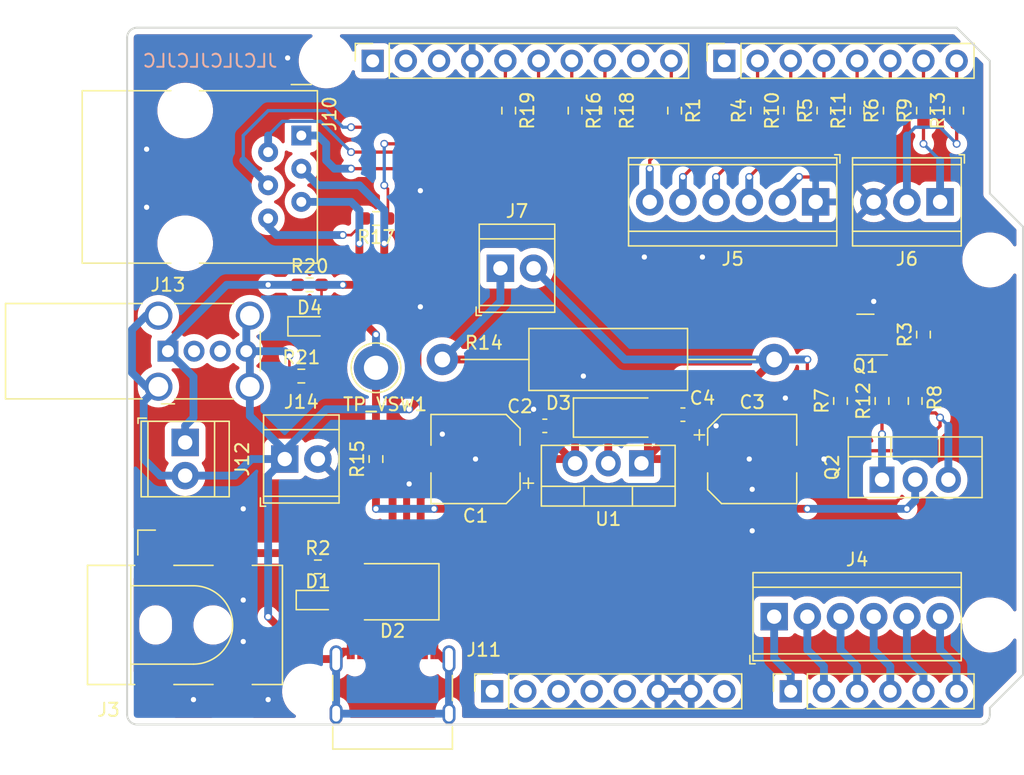
<source format=kicad_pcb>
(kicad_pcb (version 20211014) (generator pcbnew)
  (title_block (title "PowerInterruptUNO") (date "2022-07-14") (rev "0.1") (company "Amused Scientist") (comment 1 "(Forrest) Lee Erickson") (comment 2 "however is not guaranteed to do so.") (comment 3 "Warranty: Designed to kill you and render the earth uninhabitable,"))
  (layers (0 "F.Cu" signal) (31 "B.Cu" signal) (34 "B.Paste" user) (35 "F.Paste" user) (36 "B.SilkS" user "B.Silkscreen") (37 "F.SilkS" user "F.Silkscreen") (38 "B.Mask" user) (39 "F.Mask" user) (44 "Edge.Cuts" user))
  (net 0 "")
  (net 1 "GND")
  (net 3 "Net-(C1-Pad1)")
  (net 4 "/IOREF")
  (net 5 "/A0")
  (net 6 "/A1")
  (net 7 "/A2")
  (net 8 "/A3")
  (net 9 "/SDA{slash}A4")
  (net 10 "/SCL{slash}A5")
  (net 11 "/13")
  (net 12 "/12")
  (net 13 "/AREF")
  (net 14 "/8")
  (net 15 "/7")
  (net 16 "/*11")
  (net 17 "/*10")
  (net 18 "/*9")
  (net 19 "/4")
  (net 20 "/2")
  (net 21 "/*6")
  (net 22 "/*5")
  (net 23 "/TX{slash}1")
  (net 24 "/*3")
  (net 25 "/RX{slash}0")
  (net 26 "Net-(D1-Pad2)")
  (net 27 "VCC")
  (net 28 "/~{RESET}")
  (net 29 "+9V")
  (net 30 "Net-(D4-Pad2)")
  (net 34 "Net-(J5-Pad2)")
  (net 35 "Net-(J5-Pad3)")
  (net 36 "Net-(J5-Pad4)")
  (net 37 "Net-(J5-Pad5)")
  (net 38 "Net-(J5-Pad6)")
  (net 39 "Net-(J6-Pad1)")
  (net 40 "Net-(J6-Pad2)")
  (net 41 "Net-(J7-Pad1)")
  (net 42 "Net-(J10-Pad1)")
  (net 43 "Net-(J10-Pad2)")
  (net 44 "Net-(J10-Pad3)")
  (net 45 "Net-(J10-Pad4)")
  (net 46 "+VSW")
  (net 47 "Net-(J10-Pad6)")
  (net 58 "Net-(Q1-Pad1)")
  (net 59 "Net-(Q1-Pad3)")
  (net 60 "Net-(Q2-Pad1)")
  (net 61 "Net-(Q2-Pad2)")
  (footprint "Connector_PinSocket_2.54mm:PinSocket_1x08_P2.54mm_Vertical" (layer "F.Cu") (at 127.94 97.46 90)
    (fp_text reference "J1" hide)
    (fp_text value "Power")
  )
  (footprint "Connector_PinSocket_2.54mm:PinSocket_1x06_P2.54mm_Vertical" (layer "F.Cu") (at 150.8 97.46 90)
    (fp_text reference "J2" hide)
    (fp_text value "Analog")
  )
  (footprint "Connector_PinSocket_2.54mm:PinSocket_1x10_P2.54mm_Vertical" (layer "F.Cu") (at 118.796 49.2 90)
    (fp_text reference "J8" hide)
    (fp_text value "Digital/PWM")
  )
  (footprint "Connector_PinSocket_2.54mm:PinSocket_1x08_P2.54mm_Vertical" (layer "F.Cu") (at 145.72 49.2 90)
    (fp_text reference "J9" hide)
    (fp_text value "Digital/PWM")
  )
  (footprint "Diode_SMD:D_MELF" (layer "F.Cu") (at 137.465 76.505)
    (fp_text reference "D3")
    (fp_text value "SM4001")
  )
  (footprint "Resistor_SMD:R_0603_1608Metric_Pad0.98x0.95mm_HandSolder" (layer "F.Cu") (at 163.5 53.01 90)
    (fp_text reference "R13")
    (fp_text value "1K")
  )
  (footprint "Resistor_SMD:R_0603_1608Metric_Pad0.98x0.95mm_HandSolder" (layer "F.Cu") (at 113.335 73.33)
    (fp_text reference "R21")
    (fp_text value "ZERO")
  )
  (footprint "Resistor_SMD:R_0603_1608Metric_Pad0.98x0.95mm_HandSolder" (layer "F.Cu") (at 160.96 70.155 90)
    (fp_text reference "R3")
    (fp_text value "10K")
  )
  (footprint "Resistor_THT:R_Axial_DIN0414_L11.9mm_D4.5mm_P25.40mm_Horizontal" (layer "F.Cu") (at 124.13 72.06)
    (fp_text reference "R14")
    (fp_text value "12R, 1/2W")
  )
  (footprint "Resistor_SMD:R_0603_1608Metric_Pad0.98x0.95mm_HandSolder" (layer "F.Cu") (at 114.605 87.935)
    (fp_text reference "R2")
    (fp_text value "330")
  )
  (footprint "LED_SMD:LED_0603_1608Metric_Pad1.05x0.95mm_HandSolder" (layer "F.Cu") (at 113.97 69.52)
    (fp_text reference "D4")
    (fp_text value "LD271")
  )
  (footprint "TerminalBlock_TE-Connectivity:TerminalBlock_TE_282834-2_1x02_P2.54mm_Horizontal" (layer "F.Cu") (at 104.445 78.41 -90)
    (fp_text reference "J12")
    (fp_text value "Screw_Terminal_01x02")
  )
  (footprint "Resistor_SMD:R_0603_1608Metric_Pad0.98x0.95mm_HandSolder" (layer "F.Cu") (at 113.97 66.345)
    (fp_text reference "R20")
    (fp_text value "330")
  )
  (footprint "TerminalBlock_TE-Connectivity:TerminalBlock_TE_282834-2_1x02_P2.54mm_Horizontal" (layer "F.Cu") (at 128.575 65.075)
    (fp_text reference "J7")
    (fp_text value "Screw_Terminal_01x02")
  )
  (footprint "TerminalBlock_TE-Connectivity:TerminalBlock_TE_282834-3_1x03_P2.54mm_Horizontal" (layer "F.Cu") (at 162.23 59.995 180)
    (fp_text reference "J6")
    (fp_text value "Screw_Terminal_01x03")
  )
  (footprint "Resistor_SMD:R_0603_1608Metric_Pad0.98x0.95mm_HandSolder" (layer "F.Cu") (at 153.34 53.01 90)
    (fp_text reference "R5")
    (fp_text value "1K")
  )
  (footprint "Resistor_SMD:R_0603_1608Metric_Pad0.98x0.95mm_HandSolder" (layer "F.Cu") (at 157.785 75.235 90)
    (fp_text reference "R12")
    (fp_text value "1K")
  )
  (footprint "Package_TO_SOT_THT:TO-220-3_Vertical" (layer "F.Cu") (at 139.37 80.005 180)
    (fp_text reference "U1")
    (fp_text value "LM317_TO-220")
  )
  (footprint "Connector_BarrelJack:BarrelJack_CLIFF_FC681465S_SMT_Horizontal" (layer "F.Cu") (at 105.08 92.38)
    (fp_text reference "J3")
    (fp_text value "Barrel_Jack_Switch_SMT")
  )
  (footprint "TestPoint:TestPoint_Loop_D2.50mm_Drill1.85mm" (layer "F.Cu") (at 119.05 72.695)
    (fp_text reference "TP_VSW1")
    (fp_text value "TestPoint")
  )
  (footprint "Capacitor_SMD:C_0603_1608Metric_Pad1.08x0.95mm_HandSolder" (layer "F.Cu") (at 142.545 76.281815)
    (fp_text reference "C4")
    (fp_text value "100nF 50V")
  )
  (footprint "TerminalBlock_TE-Connectivity:TerminalBlock_TE_282834-2_1x02_P2.54mm_Horizontal" (layer "F.Cu") (at 112.065 79.68)
    (fp_text reference "J14")
    (fp_text value "Screw_Terminal_01x02")
  )
  (footprint "Resistor_SMD:R_0603_1608Metric_Pad0.98x0.95mm_HandSolder" (layer "F.Cu") (at 154.61 75.235 90)
    (fp_text reference "R7")
    (fp_text value "1K")
  )
  (footprint "Arduino_MountingHole:MountingHole_3.2mm" (layer "F.Cu") (at 115.24 49.2)
    (fp_text reference "MH1" hide)
    (fp_text value "MountingHole_3.2mm" hide)
  )
  (footprint "Resistor_SMD:R_0603_1608Metric_Pad0.98x0.95mm_HandSolder" (layer "F.Cu") (at 119.05 79.68 90)
    (fp_text reference "R15")
    (fp_text value "1R")
  )
  (footprint "Package_TO_SOT_SMD:SOT-23" (layer "F.Cu") (at 156.515 70.155 180)
    (fp_text reference "Q1")
    (fp_text value "MMBT3904")
  )
  (footprint "TerminalBlock_TE-Connectivity:TerminalBlock_TE_282834-6_1x06_P2.54mm_Horizontal" (layer "F.Cu") (at 149.53 91.745)
    (fp_text reference "J4")
    (fp_text value "Screw_Terminal_01x06")
  )
  (footprint "Resistor_SMD:R_0603_1608Metric_Pad0.98x0.95mm_HandSolder" (layer "F.Cu") (at 141.91 53.01 -90)
    (fp_text reference "R1")
    (fp_text value "1K")
  )
  (footprint "Diode_SMD:D_SMB" (layer "F.Cu") (at 120.32 89.84 180)
    (fp_text reference "D2")
    (fp_text value "Schottky 2A")
  )
  (footprint "Connector_USB:USB_A_Wuerth_614004134726_Horizontal" (layer "F.Cu") (at 103.125 71.425)
    (fp_text reference "J13")
    (fp_text value "USB_A_Vertical")
  )
  (footprint "Resistor_SMD:R_0603_1608Metric_Pad0.98x0.95mm_HandSolder" (layer "F.Cu") (at 160.325 75.235 90)
    (fp_text reference "R8")
    (fp_text value "10K")
  )
  (footprint "Capacitor_SMD:CP_Elec_6.3x5.3" (layer "F.Cu") (at 126.67 79.68 180)
    (fp_text reference "C1")
    (fp_text value "47uF 25V")
  )
  (footprint "Connector_USB:USB_C_Receptacle_XKB_U262-16XN-4BVC11" (layer "F.Cu") (at 120.32 98.095)
    (fp_text reference "J11")
    (fp_text value "USB_C_Receptacle_USB2.0")
  )
  (footprint "Connector_RJ:RJ12_Amphenol_54601" (layer "F.Cu") (at 113.335 54.915 -90)
    (fp_text reference "J10")
    (fp_text value "6P6C")
  )
  (footprint "Resistor_SMD:R_0603_1608Metric_Pad0.98x0.95mm_HandSolder" (layer "F.Cu") (at 119.05 61.265 180)
    (fp_text reference "R17")
    (fp_text value "330")
  )
  (footprint "Resistor_SMD:R_0603_1608Metric_Pad0.98x0.95mm_HandSolder" (layer "F.Cu") (at 129.21 53.01 -90)
    (fp_text reference "R19")
    (fp_text value "330")
  )
  (footprint "TerminalBlock_TE-Connectivity:TerminalBlock_TE_282834-6_1x06_P2.54mm_Horizontal" (layer "F.Cu") (at 152.705 59.995 180)
    (fp_text reference "J5")
    (fp_text value "Screw_Terminal_01x06")
  )
  (footprint "Resistor_SMD:R_0603_1608Metric_Pad0.98x0.95mm_HandSolder" (layer "F.Cu") (at 155.88 53.01 90)
    (fp_text reference "R11")
    (fp_text value "1K")
  )
  (footprint "Capacitor_SMD:C_0603_1608Metric_Pad1.08x0.95mm_HandSolder" (layer "F.Cu") (at 131.973185 77.14 180)
    (fp_text reference "C2")
    (fp_text value "100nF 50V")
  )
  (footprint "Resistor_SMD:R_0603_1608Metric_Pad0.98x0.95mm_HandSolder" (layer "F.Cu") (at 134.29 53.01 -90)
    (fp_text reference "R16")
    (fp_text value "330")
  )
  (footprint "Resistor_SMD:R_0603_1608Metric_Pad0.98x0.95mm_HandSolder" (layer "F.Cu") (at 160.96 53.01 90)
    (fp_text reference "R9")
    (fp_text value "1K")
  )
  (footprint "Package_TO_SOT_THT:TO-220-3_Vertical" (layer "F.Cu") (at 157.785 81.26)
    (fp_text reference "Q2")
    (fp_text value "TIP42")
  )
  (footprint "Arduino_MountingHole:MountingHole_3.2mm" (layer "F.Cu") (at 113.97 97.46)
    (fp_text reference "MH2" hide)
    (fp_text value "MountingHole_3.2mm" hide)
  )
  (footprint "Resistor_SMD:R_0603_1608Metric_Pad0.98x0.95mm_HandSolder" (layer "F.Cu") (at 150.8 53.01 90)
    (fp_text reference "R10")
    (fp_text value "1K")
  )
  (footprint "Arduino_MountingHole:MountingHole_3.2mm" (layer "F.Cu") (at 166.04 64.44)
    (fp_text reference "MH3" hide)
    (fp_text value "MountingHole_3.2mm" hide)
  )
  (footprint "Arduino_MountingHole:MountingHole_3.2mm" (layer "F.Cu") (at 166.04 92.38)
    (fp_text reference "MH4" hide)
    (fp_text value "MountingHole_3.2mm" hide)
  )
  (footprint "Capacitor_SMD:CP_Elec_6.3x5.3" (layer "F.Cu") (at 147.848185 79.68)
    (fp_text reference "C3")
    (fp_text value "47uF 25V")
  )
  (footprint "Resistor_SMD:R_0603_1608Metric_Pad0.98x0.95mm_HandSolder" (layer "F.Cu") (at 158.42 53.01 90)
    (fp_text reference "R6")
    (fp_text value "1K")
  )
  (footprint "Resistor_SMD:R_0603_1608Metric_Pad0.98x0.95mm_HandSolder" (layer "F.Cu") (at 148.26 53.01 90)
    (fp_text reference "R4")
    (fp_text value "1K")
  )
  (footprint "LED_SMD:LED_0603_1608Metric_Pad1.05x0.95mm_HandSolder" (layer "F.Cu") (at 114.605 90.475)
    (fp_text reference "D1")
    (fp_text value "LD271")
  )
  (footprint "Resistor_SMD:R_0603_1608Metric_Pad0.98x0.95mm_HandSolder" (layer "F.Cu") (at 136.83 53.01 -90)
    (fp_text reference "R18")
    (fp_text value "330")
  )
  (gr_line (start 166.04 59.36) (end 168.58 61.9) (layer "Edge.Cuts") (width 0.15))
  (gr_line (start 100 99.238) (end 100 47.422) (layer "Edge.Cuts") (width 0.15))
  (gr_line (start 168.58 61.9) (end 168.58 96.19) (layer "Edge.Cuts") (width 0.15))
  (gr_line (start 165.278 100) (end 100.762 100) (layer "Edge.Cuts") (width 0.15))
  (gr_line (start 100.762 46.66) (end 163.5 46.66) (layer "Edge.Cuts") (width 0.15))
  (gr_arc (start 100.762 100) (mid 100.223185 99.776815) (end 100 99.238) (layer "Edge.Cuts") (width 0.15))
  (gr_line (start 168.58 96.19) (end 166.04 98.73) (layer "Edge.Cuts") (width 0.15))
  (gr_line (start 163.5 46.66) (end 166.04 49.2) (layer "Edge.Cuts") (width 0.15))
  (gr_arc (start 166.04 99.238) (mid 165.816815 99.776815) (end 165.278 100) (layer "Edge.Cuts") (width 0.15))
  (gr_line (start 166.04 49.2) (end 166.04 59.36) (layer "Edge.Cuts") (width 0.15))
  (gr_line (start 166.04 98.73) (end 166.04 99.238) (layer "Edge.Cuts") (width 0.15))
  (gr_arc (start 100 47.422) (mid 100.223185 46.883185) (end 100.762 46.66) (layer "Edge.Cuts") (width 0.15))
  (gr_text "JLCJLCJLCJLC" (at 106.35 49.2) (layer "B.SilkS") (effects (font (size 1 1)) (justify mirror)))
  (segment (start 157.49 69.2425) (end 157.4525 69.205) (width 0.25) (layer "F.Cu") (net 1))
  (segment (start 160.96 69.2425) (end 157.49 69.2425) (width 0.25) (layer "F.Cu") (net 1))
  (via (at 131.115 75.87) (size 0.6) (drill 0.4) (layers "F.Cu" "B.Cu") (net 1))
  (via (at 108.89 90.475) (size 0.6) (drill 0.4) (layers "F.Cu" "B.Cu") (net 1))
  (via (at 147.848185 85.171815) (size 0.6) (drill 0.4) (layers "F.Cu" "B.Cu") (net 1))
  (via (at 134.925 73.33) (size 0.6) (drill 0.4) (layers "F.Cu" "B.Cu") (net 1))
  (via (at 122.448185 68.026815) (size 0.6) (drill 0.4) (layers "F.Cu" "B.Cu") (net 1))
  (via (at 105.08 98.095) (size 0.6) (drill 0.4) (layers "F.Cu" "B.Cu") (net 1))
  (via (at 147.848185 81.996815) (size 0.6) (drill 0.4) (layers "F.Cu" "B.Cu") (net 1))
  (via (at 110.795 98.095) (size 0.6) (drill 0.4) (layers "F.Cu" "B.Cu") (net 1))
  (via (at 145.085 77.14) (size 0.6) (drill 0.4) (layers "F.Cu" "B.Cu") (net 1))
  (via (at 126.67 79.68) (size 0.6) (drill 0.4) (layers "F.Cu" "B.Cu") (net 1))
  (via (at 153.34 79.68) (size 0.6) (drill 0.4) (layers "F.Cu" "B.Cu") (net 1))
  (via (at 150.388185 75.011815) (size 0.6) (drill 0.4) (layers "F.Cu" "B.Cu") (net 1))
  (via (at 147.625 79.68) (size 0.6) (drill 0.4) (layers "F.Cu" "B.Cu") (net 1))
  (via (at 112.288185 48.976815) (size 0.6) (drill 0.4) (layers "F.Cu" "B.Cu") (net 1))
  (via (at 121.59 81.585) (size 0.6) (drill 0.4) (layers "F.Cu" "B.Cu") (net 1))
  (via (at 122.448185 59.136815) (size 0.6) (drill 0.4) (layers "F.Cu" "B.Cu") (net 1))
  (via (at 139.593185 64.216815) (size 0.6) (drill 0.4) (layers "F.Cu" "B.Cu") (net 1))
  (via (at 101.493185 60.406815) (size 0.6) (drill 0.4) (layers "F.Cu" "B.Cu") (net 1))
  (via (at 124.13 77.775) (size 0.6) (drill 0.4) (layers "F.Cu" "B.Cu") (net 1))
  (via (at 108.89 93.65) (size 0.6) (drill 0.4) (layers "F.Cu" "B.Cu") (net 1))
  (via (at 144.038185 64.216815) (size 0.6) (drill 0.4) (layers "F.Cu" "B.Cu") (net 1))
  (via (at 108.89 83.49) (size 0.6) (drill 0.4) (layers "F.Cu" "B.Cu") (net 1))
  (via (at 101.493185 55.961815) (size 0.6) (drill 0.4) (layers "F.Cu" "B.Cu") (net 1))
  (via (at 157.15 67.615) (size 0.6) (drill 0.4) (layers "F.Cu" "B.Cu") (net 1))
  (segment (start 132.8575 78.5725) (end 132.835685 78.550685) (width 0.6) (layer "F.Cu") (net 3))
  (segment (start 134.29 78.41) (end 134.29 80.005) (width 0.6) (layer "F.Cu") (net 3))
  (segment (start 129.47 80.055) (end 129.47 79.68) (width 0.6) (layer "F.Cu") (net 3))
  (segment (start 122.86 82.22) (end 127.305 82.22) (width 0.6) (layer "F.Cu") (net 3))
  (segment (start 129.47 79.68) (end 133.965 79.68) (width 0.6) (layer "F.Cu") (net 3))
  (segment (start 134.29 80.005) (end 132.8575 78.5725) (width 0.6) (layer "F.Cu") (net 3))
  (segment (start 132.835685 78.550685) (end 132.835685 77.14) (width 0.6) (layer "F.Cu") (net 3))
  (segment (start 135.065 76.505) (end 135.065 77.635) (width 0.6) (layer "F.Cu") (net 3))
  (segment (start 127.305 82.22) (end 129.47 80.055) (width 0.6) (layer "F.Cu") (net 3))
  (segment (start 133.965 79.68) (end 134.29 80.005) (width 0.6) (layer "F.Cu") (net 3))
  (segment (start 122.47 82.61) (end 122.86 82.22) (width 0.6) (layer "F.Cu") (net 3))
  (segment (start 122.47 89.84) (end 122.47 82.61) (width 0.6) (layer "F.Cu") (net 3))
  (segment (start 135.065 77.635) (end 134.29 78.41) (width 0.6) (layer "F.Cu") (net 3))
  (segment (start 150.8 97.46) (end 150.8 96.19) (width 0.6) (layer "B.Cu") (net 5))
  (segment (start 150.8 96.19) (end 149.53 94.92) (width 0.6) (layer "B.Cu") (net 5))
  (segment (start 149.53 94.92) (end 149.53 91.745) (width 0.6) (layer "B.Cu") (net 5))
  (segment (start 153.34 97.46) (end 153.34 95.555) (width 0.6) (layer "B.Cu") (net 6))
  (segment (start 152.07 94.285) (end 152.07 91.745) (width 0.6) (layer "B.Cu") (net 6))
  (segment (start 153.34 95.555) (end 152.07 94.285) (width 0.6) (layer "B.Cu") (net 6))
  (segment (start 155.88 97.46) (end 155.88 95.555) (width 0.6) (layer "B.Cu") (net 7))
  (segment (start 154.61 94.285) (end 154.61 91.745) (width 0.6) (layer "B.Cu") (net 7))
  (segment (start 155.88 95.555) (end 154.61 94.285) (width 0.6) (layer "B.Cu") (net 7))
  (segment (start 157.15 94.285) (end 157.15 91.745) (width 0.6) (layer "B.Cu") (net 8))
  (segment (start 158.42 97.46) (end 158.42 95.555) (width 0.6) (layer "B.Cu") (net 8))
  (segment (start 158.42 95.555) (end 157.15 94.285) (width 0.6) (layer "B.Cu") (net 8))
  (segment (start 160.96 96.19) (end 159.69 94.92) (width 0.6) (layer "B.Cu") (net 9))
  (segment (start 159.69 94.92) (end 159.69 91.745) (width 0.6) (layer "B.Cu") (net 9))
  (segment (start 160.96 97.46) (end 160.96 96.19) (width 0.6) (layer "B.Cu") (net 9))
  (segment (start 163.5 97.46) (end 163.5 95.555) (width 0.6) (layer "B.Cu") (net 10))
  (segment (start 163.5 95.555) (end 162.23 94.285) (width 0.6) (layer "B.Cu") (net 10))
  (segment (start 162.23 94.285) (end 162.23 91.745) (width 0.6) (layer "B.Cu") (net 10))
  (segment (start 128.956 49.2) (end 128.956 51.8435) (width 0.25) (layer "F.Cu") (net 11))
  (segment (start 128.956 51.8435) (end 129.21 52.0975) (width 0.25) (layer "F.Cu") (net 11))
  (segment (start 119.9625 59.0025) (end 119.685 58.725) (width 0.2) (layer "F.Cu") (net 12))
  (segment (start 119.9625 61.265) (end 119.9625 59.0025) (width 0.2) (layer "F.Cu") (net 12))
  (segment (start 131.496 49.2) (end 131.496 54.534) (width 0.25) (layer "F.Cu") (net 12))
  (segment (start 131.496 54.534) (end 130.48 55.55) (width 0.25) (layer "F.Cu") (net 12))
  (segment (start 130.48 55.55) (end 119.685 55.55) (width 0.25) (layer "F.Cu") (net 12))
  (via (at 119.685 55.55) (size 0.6) (drill 0.4) (layers "F.Cu" "B.Cu") (net 12))
  (via (at 119.685 58.725) (size 0.6) (drill 0.4) (layers "F.Cu" "B.Cu") (net 12))
  (segment (start 119.685 55.55) (end 119.685 58.725) (width 0.25) (layer "B.Cu") (net 12))
  (segment (start 141.656 51.8435) (end 141.91 52.0975) (width 0.25) (layer "F.Cu") (net 14))
  (segment (start 141.656 49.2) (end 141.656 51.8435) (width 0.25) (layer "F.Cu") (net 14))
  (segment (start 134.036 49.2) (end 134.036 51.8435) (width 0.25) (layer "F.Cu") (net 16))
  (segment (start 134.036 51.8435) (end 134.29 52.0975) (width 0.25) (layer "F.Cu") (net 16))
  (segment (start 136.576 51.8435) (end 136.83 52.0975) (width 0.25) (layer "F.Cu") (net 17))
  (segment (start 136.576 49.2) (end 136.576 51.8435) (width 0.25) (layer "F.Cu") (net 17))
  (segment (start 153.34 49.2) (end 153.34 52.0975) (width 0.25) (layer "F.Cu") (net 19))
  (segment (start 158.42 49.2) (end 158.42 52.0975) (width 0.25) (layer "F.Cu") (net 20))
  (segment (start 148.26 49.2) (end 148.26 51.74) (width 0.25) (layer "F.Cu") (net 21))
  (segment (start 150.8 49.2) (end 150.8 52.0975) (width 0.25) (layer "F.Cu") (net 22))
  (segment (start 160.96 49.2) (end 160.96 52.0975) (width 0.25) (layer "F.Cu") (net 23))
  (segment (start 155.88 49.2) (end 155.88 52.0975) (width 0.25) (layer "F.Cu") (net 24))
  (segment (start 163.5 49.2) (end 163.5 52.0975) (width 0.25) (layer "F.Cu") (net 25))
  (segment (start 115.5175 87.935) (end 115.5175 90.4375) (width 0.25) (layer "F.Cu") (net 26))
  (segment (start 115.5175 90.4375) (end 115.48 90.475) (width 0.25) (layer "F.Cu") (net 26))
  (segment (start 141.6825 74.1925) (end 142.545 73.33) (width 0.6) (layer "F.Cu") (net 27))
  (segment (start 141.6825 77.14) (end 141.6825 77.6925) (width 0.6) (layer "F.Cu") (net 27))
  (segment (start 142.545 73.33) (end 148.26 73.33) (width 0.6) (layer "F.Cu") (net 27))
  (segment (start 162.23 76.505) (end 162.23 77.14) (width 0.25) (layer "F.Cu") (net 27))
  (segment (start 160.325 79.045) (end 154.61 79.045) (width 0.25) (layer "F.Cu") (net 27))
  (segment (start 154.61 79.045) (end 152.07 76.505) (width 0.25) (layer "F.Cu") (net 27))
  (segment (start 161.8725 76.1475) (end 162.23 76.505) (width 0.25) (layer "F.Cu") (net 27))
  (segment (start 139.865 79.51) (end 139.37 80.005) (width 0.6) (layer "F.Cu") (net 27))
  (segment (start 148.26 73.33) (end 149.53 72.06) (width 0.6) (layer "F.Cu") (net 27))
  (segment (start 141.6825 77.6925) (end 139.37 80.005) (width 0.6) (layer "F.Cu") (net 27))
  (segment (start 139.695 79.68) (end 139.37 80.005) (width 0.6) (layer "F.Cu") (net 27))
  (segment (start 160.325 76.1475) (end 161.8725 76.1475) (width 0.25) (layer "F.Cu") (net 27))
  (segment (start 141.6825 77.14) (end 141.6825 74.1925) (width 0.6) (layer "F.Cu") (net 27))
  (segment (start 152.07 76.505) (end 152.07 72.06) (width 0.25) (layer "F.Cu") (net 27))
  (segment (start 139.865 76.505) (end 139.865 79.51) (width 0.6) (layer "F.Cu") (net 27))
  (segment (start 162.23 77.14) (end 160.325 79.045) (width 0.25) (layer "F.Cu") (net 27))
  (segment (start 144.825 79.68) (end 139.695 79.68) (width 0.6) (layer "F.Cu") (net 27))
  (via (at 152.07 72.06) (size 0.6) (drill 0.4) (layers "F.Cu" "B.Cu") (net 27))
  (via (at 162.23 76.505) (size 0.6) (drill 0.4) (layers "F.Cu" "B.Cu") (net 27))
  (segment (start 162.865 77.14) (end 162.865 81.26) (width 0.6) (layer "B.Cu") (net 27))
  (segment (start 149.53 72.06) (end 152.07 72.06) (width 0.6) (layer "B.Cu") (net 27))
  (segment (start 138.1 72.06) (end 149.53 72.06) (width 0.6) (layer "B.Cu") (net 27))
  (segment (start 131.115 65.075) (end 138.1 72.06) (width 0.6) (layer "B.Cu") (net 27))
  (segment (start 162.23 76.505) (end 162.865 77.14) (width 0.25) (layer "B.Cu") (net 27))
  (segment (start 112.6375 86.0925) (end 113.335 85.395) (width 0.6) (layer "F.Cu") (net 29))
  (segment (start 108.08 86.88) (end 112.6375 86.88) (width 0.6) (layer "F.Cu") (net 29))
  (segment (start 102.08 86.88) (end 108.08 86.88) (width 0.6) (layer "F.Cu") (net 29))
  (segment (start 118.17 86.42) (end 118.17 89.84) (width 0.6) (layer "F.Cu") (net 29))
  (segment (start 113.335 85.395) (end 117.145 85.395) (width 0.6) (layer "F.Cu") (net 29))
  (segment (start 112.6375 86.88) (end 113.6925 87.935) (width 0.6) (layer "F.Cu") (net 29))
  (segment (start 117.145 85.395) (end 118.17 86.42) (width 0.6) (layer "F.Cu") (net 29))
  (segment (start 112.6375 86.88) (end 112.6375 86.0925) (width 0.6) (layer "F.Cu") (net 29))
  (segment (start 114.8825 66.345) (end 114.8825 69.4825) (width 0.2) (layer "F.Cu") (net 30))
  (segment (start 114.8825 69.4825) (end 114.845 69.52) (width 0.2) (layer "F.Cu") (net 30))
  (segment (start 153.975 58.09) (end 151.435 58.09) (width 0.25) (layer "F.Cu") (net 34))
  (segment (start 151.435 58.09) (end 150.165 59.36) (width 0.25) (layer "F.Cu") (net 34))
  (segment (start 158.42 53.9225) (end 158.1425 53.9225) (width 0.25) (layer "F.Cu") (net 34))
  (segment (start 158.1425 53.9225) (end 153.975 58.09) (width 0.25) (layer "F.Cu") (net 34))
  (segment (start 150.165 59.36) (end 150.165 59.995) (width 0.25) (layer "F.Cu") (net 34))
  (via (at 151.435 58.09) (size 0.6) (drill 0.4) (layers "F.Cu" "B.Cu") (net 34))
  (segment (start 150.165 59.995) (end 150.165 59.36) (width 0.25) (layer "B.Cu") (net 34))
  (segment (start 150.165 59.36) (end 151.435 58.09) (width 0.6) (layer "B.Cu") (net 34))
  (segment (start 148.895 56.82) (end 147.625 58.09) (width 0.25) (layer "F.Cu") (net 35))
  (segment (start 152.9825 56.82) (end 148.895 56.82) (width 0.25) (layer "F.Cu") (net 35))
  (segment (start 155.88 53.9225) (end 152.9825 56.82) (width 0.25) (layer "F.Cu") (net 35))
  (segment (start 147.625 58.09) (end 147.625 59.995) (width 0.25) (layer "F.Cu") (net 35))
  (via (at 147.625 58.09) (size 0.6) (drill 0.4) (layers "F.Cu" "B.Cu") (net 35))
  (segment (start 147.625 59.995) (end 147.625 58.09) (width 0.6) (layer "B.Cu") (net 35))
  (segment (start 147.625 55.55) (end 145.085 58.09) (width 0.25) (layer "F.Cu") (net 36))
  (segment (start 153.34 53.9225) (end 151.7125 55.55) (width 0.25) (layer "F.Cu") (net 36))
  (segment (start 151.7125 55.55) (end 147.625 55.55) (width 0.25) (layer "F.Cu") (net 36))
  (segment (start 145.085 58.09) (end 145.085 59.995) (width 0.25) (layer "F.Cu") (net 36))
  (via (at 145.085 58.09) (size 0.6) (drill 0.4) (layers "F.Cu" "B.Cu") (net 36))
  (segment (start 145.085 59.995) (end 145.085 58.09) (width 0.6) (layer "B.Cu") (net 36))
  (segment (start 149.8075 54.915) (end 145.72 54.915) (width 0.25) (layer "F.Cu") (net 37))
  (segment (start 142.545 58.09) (end 142.545 59.995) (width 0.25) (layer "F.Cu") (net 37))
  (segment (start 145.72 54.915) (end 142.545 58.09) (width 0.25) (layer "F.Cu") (net 37))
  (segment (start 150.8 53.9225) (end 149.8075 54.915) (width 0.25) (layer "F.Cu") (net 37))
  (via (at 142.545 58.09) (size 0.6) (drill 0.4) (layers "F.Cu" "B.Cu") (net 37))
  (segment (start 142.545 59.995) (end 142.545 58.09) (width 0.6) (layer "B.Cu") (net 37))
  (segment (start 140.005 56.82) (end 140.005 59.995) (width 0.25) (layer "F.Cu") (net 38))
  (segment (start 148.26 53.9225) (end 145.4425 53.9225) (width 0.25) (layer "F.Cu") (net 38))
  (segment (start 145.4425 53.9225) (end 143.815 55.55) (width 0.25) (layer "F.Cu") (net 38))
  (segment (start 143.815 55.55) (end 141.275 55.55) (width 0.25) (layer "F.Cu") (net 38))
  (segment (start 141.275 55.55) (end 140.005 56.82) (width 0.25) (layer "F.Cu") (net 38))
  (via (at 140.005 57.455) (size 0.6) (drill 0.4) (layers "F.Cu" "B.Cu") (net 38))
  (segment (start 140.005 59.995) (end 140.005 57.455) (width 0.6) (layer "B.Cu") (net 38))
  (segment (start 160.96 53.9225) (end 160.96 55.55) (width 0.25) (layer "F.Cu") (net 39))
  (via (at 160.96 55.55) (size 0.6) (drill 0.4) (layers "F.Cu" "B.Cu") (net 39))
  (segment (start 160.96 55.55) (end 162.23 56.82) (width 0.25) (layer "B.Cu") (net 39))
  (segment (start 162.23 59.995) (end 162.23 56.82) (width 0.6) (layer "B.Cu") (net 39))
  (segment (start 163.5 53.9225) (end 163.5 55.55) (width 0.25) (layer "F.Cu") (net 40))
  (via (at 163.5 55.55) (size 0.6) (drill 0.4) (layers "F.Cu" "B.Cu") (net 40))
  (segment (start 162.23 54.28) (end 160.325 54.28) (width 0.25) (layer "B.Cu") (net 40))
  (segment (start 159.69 54.915) (end 159.69 59.995) (width 0.6) (layer "B.Cu") (net 40))
  (segment (start 160.325 54.28) (end 159.69 54.915) (width 0.25) (layer "B.Cu") (net 40))
  (segment (start 163.5 55.55) (end 162.23 54.28) (width 0.25) (layer "B.Cu") (net 40))
  (segment (start 136.83 77.14) (end 137.465 76.505) (width 0.6) (layer "F.Cu") (net 41))
  (segment (start 135.56 72.06) (end 124.13 72.06) (width 0.6) (layer "F.Cu") (net 41))
  (segment (start 136.83 80.005) (end 136.83 77.14) (width 0.6) (layer "F.Cu") (net 41))
  (segment (start 137.465 73.965) (end 135.56 72.06) (width 0.6) (layer "F.Cu") (net 41))
  (segment (start 137.465 76.505) (end 137.465 73.965) (width 0.6) (layer "F.Cu") (net 41))
  (segment (start 124.13 72.06) (end 128.575 67.615) (width 0.6) (layer "B.Cu") (net 41))
  (segment (start 128.575 67.615) (end 128.575 65.075) (width 0.6) (layer "B.Cu") (net 41))
  (segment (start 136.83 55.55) (end 134.925 57.455) (width 0.25) (layer "F.Cu") (net 42))
  (segment (start 134.925 57.455) (end 117.145 57.455) (width 0.25) (layer "F.Cu") (net 42))
  (segment (start 136.83 53.9225) (end 136.83 55.55) (width 0.25) (layer "F.Cu") (net 42))
  (via (at 117.145 57.455) (size 0.6) (drill 0.4) (layers "F.Cu" "B.Cu") (net 42))
  (segment (start 115.24 55.55) (end 115.24 56.82) (width 0.6) (layer "B.Cu") (net 42))
  (segment (start 114.605 54.915) (end 115.24 55.55) (width 0.6) (layer "B.Cu") (net 42))
  (segment (start 115.875 57.455) (end 117.145 57.455) (width 0.6) (layer "B.Cu") (net 42))
  (segment (start 115.24 56.82) (end 115.875 57.455) (width 0.6) (layer "B.Cu") (net 42))
  (segment (start 113.335 54.915) (end 114.605 54.915) (width 0.6) (layer "B.Cu") (net 42))
  (segment (start 134.29 55.55) (end 133.655 56.185) (width 0.25) (layer "F.Cu") (net 43))
  (segment (start 134.29 53.9225) (end 134.29 55.55) (width 0.25) (layer "F.Cu") (net 43))
  (segment (start 133.655 56.185) (end 117.145 56.185) (width 0.25) (layer "F.Cu") (net 43))
  (via (at 117.145 56.185) (size 0.6) (drill 0.4) (layers "F.Cu" "B.Cu") (net 43))
  (segment (start 110.795 54.915) (end 110.795 56.185) (width 0.6) (layer "B.Cu") (net 43))
  (segment (start 111.88 53.83) (end 110.795 54.915) (width 0.25) (layer "B.Cu") (net 43))
  (segment (start 117.145 56.185) (end 114.79 53.83) (width 0.25) (layer "B.Cu") (net 43))
  (segment (start 114.79 53.83) (end 111.88 53.83) (width 0.25) (layer "B.Cu") (net 43))
  (segment (start 116.565 94.425) (end 116 94.99) (width 0.6) (layer "F.Cu") (net 44))
  (segment (start 122.225 75.235) (end 121.59 75.87) (width 0.6) (layer "F.Cu") (net 44))
  (segment (start 119.685 63.17) (end 119.685 68.885) (width 0.6) (layer "F.Cu") (net 44))
  (segment (start 114.04 94.99) (end 110.795 91.745) (width 0.6) (layer "F.Cu") (net 44))
  (segment (start 116.97 94.425) (end 116.565 94.425) (width 0.6) (layer "F.Cu") (net 44))
  (segment (start 122.225 71.425) (end 122.225 75.235) (width 0.6) (layer "F.Cu") (net 44))
  (segment (start 116 94.99) (end 114.04 94.99) (width 0.6) (layer "F.Cu") (net 44))
  (segment (start 112.4225 73.33) (end 112.4225 71.7825) (width 0.2) (layer "F.Cu") (net 44))
  (segment (start 124.64 94.99) (end 124.235 94.99) (width 0.6) (layer "F.Cu") (net 44))
  (segment (start 124.235 94.99) (end 123.67 94.425) (width 0.6) (layer "F.Cu") (net 44))
  (segment (start 119.685 68.885) (end 122.225 71.425) (width 0.6) (layer "F.Cu") (net 44))
  (via (at 112.4225 71.7825) (size 0.6) (drill 0.4) (layers "F.Cu" "B.Cu") (net 44))
  (via (at 119.685 63.17) (size 0.6) (drill 0.4) (layers "F.Cu" "B.Cu") (net 44))
  (via (at 121.59 75.87) (size 0.6) (drill 0.4) (layers "F.Cu" "B.Cu") (net 44))
  (via (at 110.795 91.745) (size 0.6) (drill 0.4) (layers "F.Cu" "B.Cu") (net 44))
  (segment (start 109.395 71.695) (end 109.125 71.425) (width 0.6) (layer "B.Cu") (net 44))
  (segment (start 101.27 79.68) (end 102.54 80.95) (width 0.6) (layer "B.Cu") (net 44))
  (segment (start 101.45 74.145) (end 102.395 74.145) (width 0.6) (layer "B.Cu") (net 44))
  (segment (start 119.685 60.63) (end 119.685 63.17) (width 0.6) (layer "B.Cu") (net 44))
  (segment (start 109.125 71.425) (end 109.125 68.975) (width 0.6) (layer "B.Cu") (net 44))
  (segment (start 115.24 75.87) (end 112.065 79.045) (width 0.6) (layer "B.Cu") (net 44))
  (segment (start 112.065 79.68) (end 110.795 80.95) (width 0.6) (layer "B.Cu") (net 44))
  (segment (start 102.54 80.95) (end 104.445 80.95) (width 0.6) (layer "B.Cu") (net 44))
  (segment (start 102.395 74.145) (end 101.305 75.235) (width 0.6) (layer "B.Cu") (net 44))
  (segment (start 102.395 68.705) (end 101.45 68.705) (width 0.6) (layer "B.Cu") (net 44))
  (segment (start 124.64 99.17) (end 116 99.17) (width 0.6) (layer "B.Cu") (net 44))
  (segment (start 117.78 58.725) (end 119.685 60.63) (width 0.6) (layer "B.Cu") (net 44))
  (segment (start 116 99.17) (end 116 94.99) (width 0.6) (layer "B.Cu") (net 44))
  (segment (start 101.305 75.235) (end 101.27 75.235) (width 0.6) (layer "B.Cu") (net 44))
  (segment (start 109.125 68.975) (end 109.395 68.705) (width 0.6) (layer "B.Cu") (net 44))
  (segment (start 109.395 74.145) (end 109.395 71.695) (width 0.6) (layer "B.Cu") (net 44))
  (segment (start 109.395 74.145) (end 109.395 76.375) (width 0.6) (layer "B.Cu") (net 44))
  (segment (start 109.395 76.375) (end 112.065 79.045) (width 0.6) (layer "B.Cu") (net 44))
  (segment (start 100.375 69.78) (end 100.375 73.07) (width 0.6) (layer "B.Cu") (net 44))
  (segment (start 114.605 58.725) (end 117.78 58.725) (width 0.6) (layer "B.Cu") (net 44))
  (segment (start 112.065 71.425) (end 112.4225 71.7825) (width 0.6) (layer "B.Cu") (net 44))
  (segment (start 108.255 80.95) (end 104.445 80.95) (width 0.6) (layer "B.Cu") (net 44))
  (segment (start 100.375 73.07) (end 101.45 74.145) (width 0.6) (layer "B.Cu") (net 44))
  (segment (start 109.125 71.425) (end 112.065 71.425) (width 0.6) (layer "B.Cu") (net 44))
  (segment (start 110.795 80.95) (end 110.795 91.745) (width 0.6) (layer "B.Cu") (net 44))
  (segment (start 101.27 75.235) (end 101.27 79.68) (width 0.6) (layer "B.Cu") (net 44))
  (segment (start 112.065 79.68) (end 109.525 79.68) (width 0.6) (layer "B.Cu") (net 44))
  (segment (start 112.065 79.045) (end 112.065 79.68) (width 0.6) (layer "B.Cu") (net 44))
  (segment (start 101.45 68.705) (end 100.375 69.78) (width 0.6) (layer "B.Cu") (net 44))
  (segment (start 109.525 79.68) (end 108.255 80.95) (width 0.6) (layer "B.Cu") (net 44))
  (segment (start 124.64 99.17) (end 124.64 94.99) (width 0.6) (layer "B.Cu") (net 44))
  (segment (start 113.335 57.455) (end 114.605 58.725) (width 0.6) (layer "B.Cu") (net 44))
  (segment (start 121.59 75.87) (end 115.24 75.87) (width 0.6) (layer "B.Cu") (net 44))
  (segment (start 129.21 54.28) (end 117.145 54.28) (width 0.25) (layer "F.Cu") (net 45))
  (segment (start 129.21 53.9225) (end 129.21 54.28) (width 0.25) (layer "F.Cu") (net 45))
  (via (at 117.145 54.28) (size 0.6) (drill 0.4) (layers "F.Cu" "B.Cu") (net 45))
  (segment (start 117.145 54.28) (end 116.51 54.28) (width 0.25) (layer "B.Cu") (net 45))
  (segment (start 108.89 54.915) (end 108.89 56.82) (width 0.25) (layer "B.Cu") (net 45))
  (segment (start 110.795 53.01) (end 108.89 54.915) (width 0.25) (layer "B.Cu") (net 45))
  (segment (start 115.24 53.01) (end 110.795 53.01) (width 0.25) (layer "B.Cu") (net 45))
  (segment (start 108.89 56.82) (end 110.795 58.725) (width 0.6) (layer "B.Cu") (net 45))
  (segment (start 116.51 54.28) (end 115.24 53.01) (width 0.25) (layer "B.Cu") (net 45))
  (segment (start 113.0575 66.345) (end 110.795 66.345) (width 0.2) (layer "F.Cu") (net 46))
  (segment (start 117.77 94.425) (end 117.77 93.025) (width 0.2) (layer "F.Cu") (net 46))
  (segment (start 120.32 79.045) (end 120.0425 78.7675) (width 0.2) (layer "F.Cu") (net 46))
  (segment (start 117.78 68.885) (end 117.78 63.17) (width 0.6) (layer "F.Cu") (net 46))
  (segment (start 122.86 93.015) (end 122.87 93.025) (width 0.2) (layer "F.Cu") (net 46))
  (segment (start 120.32 93.015) (end 120.32 79.045) (width 0.6) (layer "F.Cu") (net 46))
  (segment (start 117.77 93.025) (end 117.78 93.015) (width 0.2) (layer "F.Cu") (net 46))
  (segment (start 116.51 66.345) (end 117.78 66.345) (width 0.6) (layer "F.Cu") (net 46))
  (segment (start 122.87 93.025) (end 122.87 94.425) (width 0.2) (layer "F.Cu") (net 46))
  (segment (start 120.32 93.015) (end 122.86 93.015) (width 0.6) (layer "F.Cu") (net 46))
  (segment (start 119.05 70.155) (end 117.78 68.885) (width 0.6) (layer "F.Cu") (net 46))
  (segment (start 120.0425 78.7675) (end 119.05 78.7675) (width 0.2) (layer "F.Cu") (net 46))
  (segment (start 117.78 93.015) (end 120.32 93.015) (width 0.6) (layer "F.Cu") (net 46))
  (segment (start 119.05 72.695) (end 119.05 78.7675) (width 0.6) (layer "F.Cu") (net 46))
  (via (at 119.05 70.155) (size 0.6) (drill 0.4) (layers "F.Cu" "B.Cu") (net 46))
  (via (at 110.795 66.345) (size 0.6) (drill 0.4) (layers "F.Cu" "B.Cu") (net 46))
  (via (at 117.78 63.17) (size 0.6) (drill 0.4) (layers "F.Cu" "B.Cu") (net 46))
  (via (at 116.51 66.345) (size 0.6) (drill 0.4) (layers "F.Cu" "B.Cu") (net 46))
  (segment (start 104.445 78.41) (end 104.445 77.14) (width 0.6) (layer "B.Cu") (net 46))
  (segment (start 103.125 70.84) (end 107.62 66.345) (width 0.6) (layer "B.Cu") (net 46))
  (segment (start 119.05 70.155) (end 119.05 72.695) (width 0.6) (layer "B.Cu") (net 46))
  (segment (start 107.62 66.345) (end 116.51 66.345) (width 0.6) (layer "B.Cu") (net 46))
  (segment (start 113.335 59.995) (end 117.145 59.995) (width 0.6) (layer "B.Cu") (net 46))
  (segment (start 117.78 60.63) (end 117.78 63.17) (width 0.6) (layer "B.Cu") (net 46))
  (segment (start 117.145 59.995) (end 117.78 60.63) (width 0.6) (layer "B.Cu") (net 46))
  (segment (start 105.08 73.38) (end 103.125 71.425) (width 0.6) (layer "B.Cu") (net 46))
  (segment (start 105.08 76.505) (end 105.08 73.38) (width 0.6) (layer "B.Cu") (net 46))
  (segment (start 104.445 77.14) (end 105.08 76.505) (width 0.6) (layer "B.Cu") (net 46))
  (segment (start 103.125 71.425) (end 103.125 70.84) (width 0.6) (layer "B.Cu") (net 46))
  (segment (start 118.1375 61.265) (end 118.415 61.265) (width 0.2) (layer "F.Cu") (net 47))
  (segment (start 117.145 62.535) (end 116.51 62.535) (width 0.2) (layer "F.Cu") (net 47))
  (segment (start 118.415 61.265) (end 117.145 62.535) (width 0.2) (layer "F.Cu") (net 47))
  (via (at 116.51 62.535) (size 0.6) (drill 0.4) (layers "F.Cu" "B.Cu") (net 47))
  (segment (start 110.795 61.9) (end 111.43 62.535) (width 0.6) (layer "B.Cu") (net 47))
  (segment (start 111.43 62.535) (end 116.51 62.535) (width 0.6) (layer "B.Cu") (net 47))
  (segment (start 110.795 61.265) (end 110.795 61.9) (width 0.6) (layer "B.Cu") (net 47))
  (segment (start 138.1 57.455) (end 138.1 60.621444) (width 0.25) (layer "F.Cu") (net 58))
  (segment (start 141.91 53.9225) (end 141.6325 53.9225) (width 0.25) (layer "F.Cu") (net 58))
  (segment (start 138.1 60.621444) (end 143.188556 65.71) (width 0.25) (layer "F.Cu") (net 58))
  (segment (start 162.23 69.7975) (end 160.96 71.0675) (width 0.25) (layer "F.Cu") (net 58))
  (segment (start 143.188556 65.71) (end 160.325 65.71) (width 0.25) (layer "F.Cu") (net 58))
  (segment (start 141.6325 53.9225) (end 138.1 57.455) (width 0.25) (layer "F.Cu") (net 58))
  (segment (start 160.96 71.0675) (end 157.49 71.0675) (width 0.25) (layer "F.Cu") (net 58))
  (segment (start 162.23 67.615) (end 162.23 69.7975) (width 0.25) (layer "F.Cu") (net 58))
  (segment (start 160.325 65.71) (end 162.23 67.615) (width 0.25) (layer "F.Cu") (net 58))
  (segment (start 157.49 71.0675) (end 157.4525 71.105) (width 0.25) (layer "F.Cu") (net 58))
  (segment (start 155.5775 70.155) (end 155.245 70.155) (width 0.25) (layer "F.Cu") (net 59))
  (segment (start 155.245 70.155) (end 154.61 70.79) (width 0.25) (layer "F.Cu") (net 59))
  (segment (start 154.61 74.3225) (end 157.785 74.3225) (width 0.25) (layer "F.Cu") (net 59))
  (segment (start 154.61 70.79) (end 154.61 74.3225) (width 0.25) (layer "F.Cu") (net 59))
  (segment (start 157.785 76.1475) (end 157.785 77.775) (width 0.25) (layer "F.Cu") (net 60))
  (segment (start 159.9675 74.3225) (end 158.1425 76.1475) (width 0.25) (layer "F.Cu") (net 60))
  (segment (start 157.785 76.1475) (end 154.61 76.1475) (width 0.25) (layer "F.Cu") (net 60))
  (segment (start 158.1425 76.1475) (end 157.785 76.1475) (width 0.25) (layer "F.Cu") (net 60))
  (segment (start 160.325 74.3225) (end 159.9675 74.3225) (width 0.25) (layer "F.Cu") (net 60))
  (via (at 157.785 77.775) (size 0.6) (drill 0.4) (layers "F.Cu" "B.Cu") (net 60))
  (segment (start 157.785 77.775) (end 157.785 81.26) (width 0.6) (layer "B.Cu") (net 60))
  (segment (start 119.05 80.5925) (end 119.05 83.49) (width 0.6) (layer "F.Cu") (net 61))
  (segment (start 152.07 83.49) (end 123.495 83.49) (width 0.6) (layer "F.Cu") (net 61))
  (via (at 123.495 83.49) (size 0.6) (drill 0.4) (layers "F.Cu" "B.Cu") (net 61))
  (via (at 159.69 83.49) (size 0.6) (drill 0.4) (layers "F.Cu" "B.Cu") (net 61))
  (via (at 152.07 83.49) (size 0.6) (drill 0.4) (layers "F.Cu" "B.Cu") (net 61))
  (via (at 119.05 83.49) (size 0.6) (drill 0.4) (layers "F.Cu" "B.Cu") (net 61))
  (segment (start 119.05 83.49) (end 123.495 83.49) (width 0.6) (layer "B.Cu") (net 61))
  (segment (start 160.325 82.855) (end 159.69 83.49) (width 0.6) (layer "B.Cu") (net 61))
  (segment (start 160.325 81.26) (end 160.325 82.855) (width 0.6) (layer "B.Cu") (net 61))
  (segment (start 152.07 83.49) (end 159.69 83.49) (width 0.6) (layer "B.Cu") (net 61))
  (zone (net 1) (net_name "GND") (layer "F.Cu") (connect_pads (clearance 0.508)) (min_thickness 0.254) (fill yes (thermal_gap 0.508) (thermal_bridge_width 0.508))
    (polygon (pts (xy 166.04 49.2) (xy 166.04 59.36) (xy 168.58 61.9) (xy 168.58 96.19) (xy 166.04 98.095) (xy 165.405 100) (xy 100 100) (xy 100 47.295) (xy 100.635 46.66) (xy 163.5 46.66)))
  )
  (zone (net 1) (net_name "GND") (layer "B.Cu") (connect_pads (clearance 0.508)) (min_thickness 0.254) (fill yes (thermal_gap 0.508) (thermal_bridge_width 0.508))
    (polygon (pts (xy 166.04 49.2) (xy 166.04 59.36) (xy 168.58 61.9) (xy 168.58 96.19) (xy 166.04 98.095) (xy 165.405 100) (xy 100 100) (xy 100 47.295) (xy 100.635 46.66) (xy 163.5 46.66)))
  )
)
</source>
